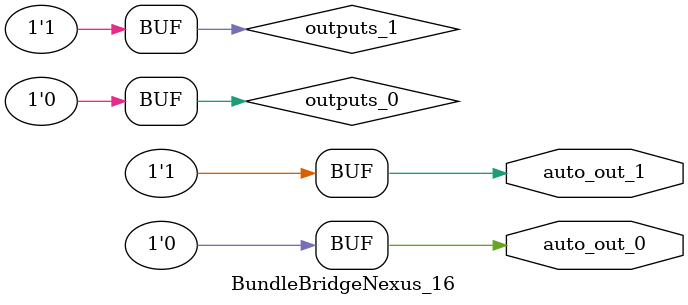
<source format=sv>
`ifndef RANDOMIZE
  `ifdef RANDOMIZE_MEM_INIT
    `define RANDOMIZE
  `endif // RANDOMIZE_MEM_INIT
`endif // not def RANDOMIZE
`ifndef RANDOMIZE
  `ifdef RANDOMIZE_REG_INIT
    `define RANDOMIZE
  `endif // RANDOMIZE_REG_INIT
`endif // not def RANDOMIZE

`ifndef RANDOM
  `define RANDOM $random
`endif // not def RANDOM

// Users can define INIT_RANDOM as general code that gets injected into the
// initializer block for modules with registers.
`ifndef INIT_RANDOM
  `define INIT_RANDOM
`endif // not def INIT_RANDOM

// If using random initialization, you can also define RANDOMIZE_DELAY to
// customize the delay used, otherwise 0.002 is used.
`ifndef RANDOMIZE_DELAY
  `define RANDOMIZE_DELAY 0.002
`endif // not def RANDOMIZE_DELAY

// Define INIT_RANDOM_PROLOG_ for use in our modules below.
`ifndef INIT_RANDOM_PROLOG_
  `ifdef RANDOMIZE
    `ifdef VERILATOR
      `define INIT_RANDOM_PROLOG_ `INIT_RANDOM
    `else  // VERILATOR
      `define INIT_RANDOM_PROLOG_ `INIT_RANDOM #`RANDOMIZE_DELAY begin end
    `endif // VERILATOR
  `else  // RANDOMIZE
    `define INIT_RANDOM_PROLOG_
  `endif // RANDOMIZE
`endif // not def INIT_RANDOM_PROLOG_

// Include register initializers in init blocks unless synthesis is set
`ifndef SYNTHESIS
  `ifndef ENABLE_INITIAL_REG_
    `define ENABLE_INITIAL_REG_
  `endif // not def ENABLE_INITIAL_REG_
`endif // not def SYNTHESIS

// Include rmemory initializers in init blocks unless synthesis is set
`ifndef SYNTHESIS
  `ifndef ENABLE_INITIAL_MEM_
    `define ENABLE_INITIAL_MEM_
  `endif // not def ENABLE_INITIAL_MEM_
`endif // not def SYNTHESIS

// Standard header to adapt well known macros for prints and assertions.

// Users can define 'PRINTF_COND' to add an extra gate to prints.
`ifndef PRINTF_COND_
  `ifdef PRINTF_COND
    `define PRINTF_COND_ (`PRINTF_COND)
  `else  // PRINTF_COND
    `define PRINTF_COND_ 1
  `endif // PRINTF_COND
`endif // not def PRINTF_COND_

// Users can define 'ASSERT_VERBOSE_COND' to add an extra gate to assert error printing.
`ifndef ASSERT_VERBOSE_COND_
  `ifdef ASSERT_VERBOSE_COND
    `define ASSERT_VERBOSE_COND_ (`ASSERT_VERBOSE_COND)
  `else  // ASSERT_VERBOSE_COND
    `define ASSERT_VERBOSE_COND_ 1
  `endif // ASSERT_VERBOSE_COND
`endif // not def ASSERT_VERBOSE_COND_

// Users can define 'STOP_COND' to add an extra gate to stop conditions.
`ifndef STOP_COND_
  `ifdef STOP_COND
    `define STOP_COND_ (`STOP_COND)
  `else  // STOP_COND
    `define STOP_COND_ 1
  `endif // STOP_COND
`endif // not def STOP_COND_

module BundleBridgeNexus_16(
  output auto_out_1,	// @[generators/rocket-chip/src/main/scala/diplomacy/LazyModule.scala:367:18]
         auto_out_0	// @[generators/rocket-chip/src/main/scala/diplomacy/LazyModule.scala:367:18]
);

  wire outputs_0 = 1'h0;	// @[generators/rocket-chip/src/main/scala/diplomacy/LazyModule.scala:416:25, generators/rocket-chip/src/main/scala/subsystem/HasTiles.scala:75:32]
  wire outputs_1 = 1'h1;	// @[generators/rocket-chip/src/main/scala/subsystem/HasTiles.scala:75:32]
  assign auto_out_1 = outputs_1;	// @[generators/rocket-chip/src/main/scala/subsystem/HasTiles.scala:75:32]
  assign auto_out_0 = outputs_0;	// @[generators/rocket-chip/src/main/scala/subsystem/HasTiles.scala:75:32]
endmodule


</source>
